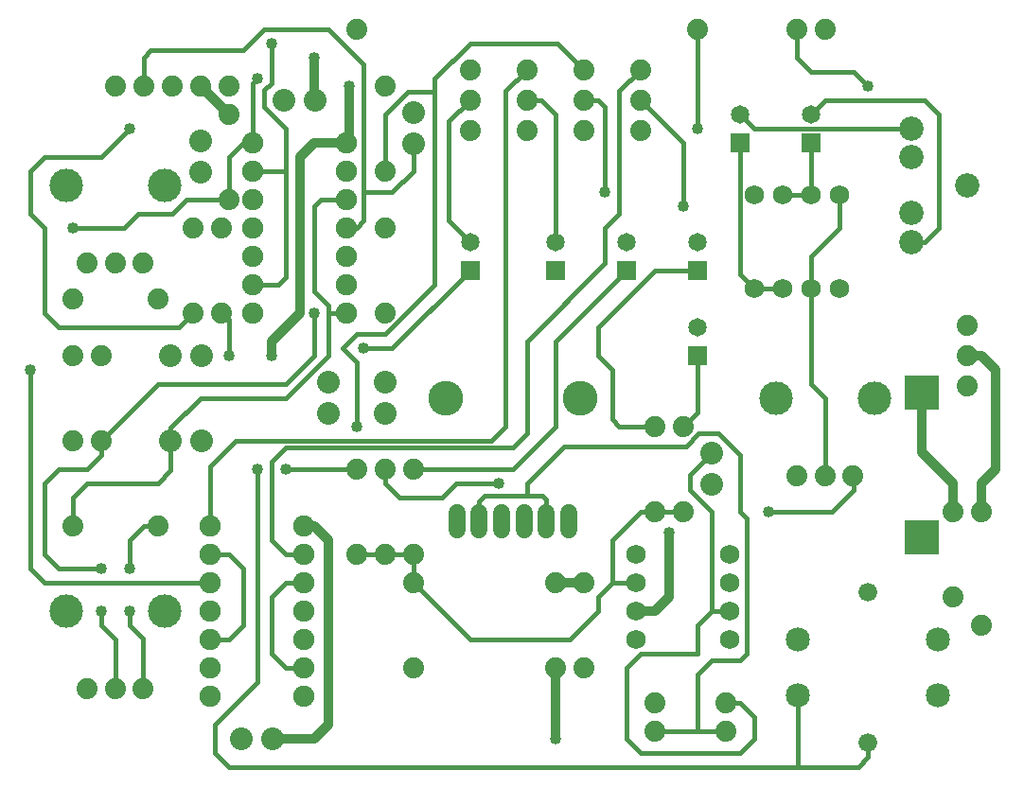
<source format=gbr>
G04 EAGLE Gerber RS-274X export*
G75*
%MOMM*%
%FSLAX34Y34*%
%LPD*%
%INTop Copper*%
%IPPOS*%
%AMOC8*
5,1,8,0,0,1.08239X$1,22.5*%
G01*
%ADD10C,1.905000*%
%ADD11C,1.879600*%
%ADD12C,3.000000*%
%ADD13C,1.727200*%
%ADD14R,3.048000X3.048000*%
%ADD15C,2.159000*%
%ADD16C,1.676400*%
%ADD17C,2.184400*%
%ADD18R,1.651000X1.651000*%
%ADD19C,1.651000*%
%ADD20C,1.509600*%
%ADD21C,3.116000*%
%ADD22C,2.032000*%
%ADD23C,0.406400*%
%ADD24C,0.812800*%
%ADD25C,1.016000*%


D10*
X212090Y571500D03*
X212090Y546100D03*
X212090Y520700D03*
X212090Y495300D03*
X212090Y469900D03*
X212090Y444500D03*
X212090Y419100D03*
X295910Y419100D03*
X295910Y444500D03*
X295910Y469900D03*
X295910Y495300D03*
X295910Y520700D03*
X295910Y546100D03*
X295910Y571500D03*
D11*
X63900Y82400D03*
X88900Y82400D03*
X113900Y82400D03*
D12*
X44900Y152400D03*
X132900Y152400D03*
D11*
X63900Y463400D03*
X88900Y463400D03*
X113900Y463400D03*
D12*
X44900Y533400D03*
X132900Y533400D03*
D13*
X554990Y203200D03*
X554990Y177800D03*
X554990Y152400D03*
X554990Y127000D03*
X638810Y127000D03*
X638810Y152400D03*
X638810Y177800D03*
X638810Y203200D03*
X660400Y440690D03*
X685800Y440690D03*
X711200Y440690D03*
X736600Y440690D03*
X736600Y524510D03*
X711200Y524510D03*
X685800Y524510D03*
X660400Y524510D03*
D14*
X810260Y218440D03*
X810260Y347980D03*
D11*
X406400Y636778D03*
X406400Y609600D03*
X406400Y582422D03*
X457200Y636778D03*
X457200Y609600D03*
X457200Y582422D03*
X508000Y636778D03*
X508000Y609600D03*
X508000Y582422D03*
X558800Y636778D03*
X558800Y609600D03*
X558800Y582422D03*
D15*
X824500Y76600D03*
X699500Y76600D03*
X824500Y126600D03*
X699500Y126600D03*
D16*
X762000Y34100D03*
X762000Y169100D03*
D11*
X190500Y520700D03*
X190500Y596900D03*
X330200Y546100D03*
X330200Y622300D03*
X355600Y101600D03*
X355600Y177800D03*
X304800Y203200D03*
X304800Y279400D03*
X330200Y203200D03*
X330200Y279400D03*
X355600Y203200D03*
X355600Y279400D03*
X571500Y241300D03*
X571500Y317500D03*
X596900Y317500D03*
X596900Y241300D03*
X482600Y177800D03*
X482600Y101600D03*
X508000Y101600D03*
X508000Y177800D03*
X863600Y241300D03*
X863600Y139700D03*
X88900Y622300D03*
X114300Y622300D03*
X609600Y673100D03*
X127000Y431800D03*
X50800Y431800D03*
X50800Y228600D03*
X127000Y228600D03*
X838200Y241300D03*
X838200Y165100D03*
X304800Y673100D03*
D17*
X850900Y533400D03*
X800900Y508400D03*
X800900Y482400D03*
X800900Y558400D03*
X800900Y584400D03*
D11*
X698500Y673100D03*
X571500Y69850D03*
X571500Y44450D03*
X635000Y69850D03*
X635000Y44450D03*
X50800Y381000D03*
X76200Y381000D03*
X76200Y304800D03*
X50800Y304800D03*
D18*
X711200Y571500D03*
D19*
X711200Y596900D03*
D18*
X647700Y571500D03*
D19*
X647700Y596900D03*
D18*
X609600Y457200D03*
D19*
X609600Y482600D03*
D18*
X546100Y457200D03*
D19*
X546100Y482600D03*
D18*
X482600Y457200D03*
D19*
X482600Y482600D03*
D18*
X406400Y457200D03*
D19*
X406400Y482600D03*
D18*
X609600Y381000D03*
D19*
X609600Y406400D03*
D20*
X394500Y240448D02*
X394500Y225352D01*
X414500Y225352D02*
X414500Y240448D01*
X434500Y240448D02*
X434500Y225352D01*
D21*
X384500Y342900D03*
X504500Y342900D03*
D20*
X454500Y240448D02*
X454500Y225352D01*
X474500Y225352D02*
X474500Y240448D01*
X494500Y240448D02*
X494500Y225352D01*
D11*
X330200Y495300D03*
X330200Y419100D03*
X698900Y272900D03*
X723900Y272900D03*
X748900Y272900D03*
D12*
X679900Y342900D03*
X767900Y342900D03*
D11*
X723900Y673100D03*
X165100Y622300D03*
D22*
X622300Y293370D03*
X622300Y265430D03*
X279400Y356870D03*
X279400Y328930D03*
X330200Y328930D03*
X330200Y356870D03*
X138430Y304800D03*
X166370Y304800D03*
X166370Y381000D03*
X138430Y381000D03*
D10*
X173990Y228600D03*
X173990Y203200D03*
X173990Y177800D03*
X173990Y152400D03*
X173990Y127000D03*
X173990Y101600D03*
X173990Y76200D03*
X257810Y76200D03*
X257810Y101600D03*
X257810Y127000D03*
X257810Y152400D03*
X257810Y177800D03*
X257810Y203200D03*
X257810Y228600D03*
D22*
X240030Y609600D03*
X267970Y609600D03*
X229870Y38100D03*
X201930Y38100D03*
X355600Y570230D03*
X355600Y598170D03*
X165100Y544830D03*
X165100Y572770D03*
D11*
X850900Y353822D03*
X850900Y381000D03*
X850900Y408178D03*
X184150Y419100D03*
X184150Y495300D03*
X158750Y419100D03*
X158750Y495300D03*
X139700Y622300D03*
X190500Y622300D03*
D23*
X266700Y610870D02*
X267970Y609600D01*
D24*
X266700Y610870D02*
X266700Y647700D01*
D25*
X266700Y647700D03*
D24*
X838200Y266700D02*
X838200Y241300D01*
X838200Y266700D02*
X810260Y294640D01*
X810260Y347980D01*
X508000Y177800D02*
X482600Y177800D01*
D25*
X584200Y222250D03*
D24*
X584200Y165100D01*
X571500Y152400D01*
X554990Y152400D01*
X254000Y419100D02*
X254000Y558800D01*
X254000Y419100D02*
X228600Y393700D01*
X254000Y558800D02*
X266700Y571500D01*
D25*
X298450Y622300D03*
X228600Y381000D03*
D24*
X228600Y393700D01*
X482600Y101600D02*
X482600Y38100D01*
D25*
X482600Y38100D03*
D24*
X266700Y228600D02*
X257810Y228600D01*
X266700Y228600D02*
X279400Y215900D01*
X279400Y50800D01*
X266700Y38100D01*
X229870Y38100D01*
X190500Y596900D02*
X165100Y622300D01*
X298450Y622300D02*
X298450Y574040D01*
X295910Y571500D01*
X266700Y571500D01*
D23*
X241300Y342900D02*
X165100Y342900D01*
X138430Y316230D01*
X138430Y304800D01*
X138430Y278130D01*
X266700Y438150D02*
X266700Y514350D01*
X273050Y520700D01*
X295910Y520700D01*
X50800Y254000D02*
X50800Y228600D01*
X50800Y254000D02*
X63500Y266700D01*
X127000Y266700D01*
X138430Y278130D01*
X241300Y342900D02*
X279400Y381000D01*
X279400Y419100D01*
X279400Y425450D01*
X279400Y419100D02*
X295910Y419100D01*
X279400Y425450D02*
X266700Y438150D01*
X234950Y444500D02*
X212090Y444500D01*
X234950Y444500D02*
X241300Y450850D01*
X241300Y546100D01*
X212090Y546100D01*
X241300Y546100D02*
X241300Y584200D01*
X222250Y603250D01*
X222250Y618490D01*
X228600Y624840D01*
D25*
X228600Y660400D03*
D23*
X228600Y624840D01*
X113900Y127400D02*
X113900Y82400D01*
X113900Y127400D02*
X101600Y139700D01*
X101600Y152400D01*
D25*
X101600Y152400D03*
D23*
X114300Y228600D02*
X127000Y228600D01*
X114300Y228600D02*
X101600Y215900D01*
X101600Y190500D01*
D25*
X101600Y190500D03*
D23*
X196850Y304800D02*
X425450Y304800D01*
X438150Y317500D01*
X438150Y617728D01*
X457200Y636778D01*
X196850Y304800D02*
X173990Y281940D01*
X173990Y228600D01*
X228600Y215900D02*
X241300Y203200D01*
X228600Y215900D02*
X228600Y285750D01*
X241300Y298450D01*
X444500Y298450D01*
X457200Y311150D01*
X457200Y393700D01*
X527050Y463550D01*
X527050Y495300D01*
X539750Y508000D01*
X539750Y617728D01*
X558800Y636778D01*
X257810Y203200D02*
X241300Y203200D01*
X355600Y203200D02*
X355600Y177800D01*
X355600Y203200D02*
X330200Y203200D01*
X304800Y203200D01*
X571500Y241300D02*
X596900Y241300D01*
X406400Y127000D02*
X355600Y177800D01*
X406400Y127000D02*
X495300Y127000D01*
X520700Y152400D01*
X520700Y165100D01*
X533400Y177800D01*
X554990Y177800D01*
X558800Y241300D02*
X571500Y241300D01*
X558800Y241300D02*
X533400Y215900D01*
X533400Y177800D01*
D25*
X673100Y241300D03*
D23*
X730250Y241300D01*
X749300Y260350D01*
X749300Y272500D01*
X748900Y272900D01*
X647700Y69850D02*
X635000Y69850D01*
X647700Y69850D02*
X660400Y57150D01*
X660400Y38100D01*
X647700Y25400D01*
X558800Y25400D01*
X546100Y38100D01*
X546100Y101600D01*
X558800Y114300D01*
X609600Y114300D01*
X609600Y139700D01*
X622300Y152400D01*
X638810Y152400D01*
X603250Y260350D02*
X603250Y274320D01*
X603250Y260350D02*
X622300Y241300D01*
X622300Y152400D01*
X603250Y274320D02*
X622300Y293370D01*
X609600Y44450D02*
X635000Y44450D01*
X609600Y44450D02*
X571500Y44450D01*
X609600Y44450D02*
X609600Y95250D01*
X622300Y107950D01*
X647700Y107950D01*
X654050Y114300D01*
X654050Y234950D01*
X647700Y241300D01*
X647700Y292100D01*
X628650Y311150D01*
X610870Y311150D01*
X599440Y299720D01*
X490220Y299720D01*
X414500Y250670D02*
X414500Y232900D01*
X414500Y250670D02*
X419100Y255270D01*
X474500Y251940D02*
X474500Y232900D01*
X474500Y251940D02*
X471170Y255270D01*
X457200Y255270D01*
X419100Y255270D01*
X457200Y255270D02*
X457200Y266700D01*
X490220Y299720D01*
D25*
X762000Y622300D03*
D23*
X749300Y635000D01*
X711200Y635000D01*
X698500Y647700D01*
X698500Y673100D01*
X685800Y440690D02*
X660400Y440690D01*
X664210Y440690D01*
X647700Y453390D02*
X647700Y571500D01*
X647700Y453390D02*
X660400Y440690D01*
X711200Y596900D02*
X723900Y609600D01*
X812800Y609600D01*
X825500Y495300D02*
X812600Y482400D01*
X800900Y482400D01*
X825500Y596900D02*
X812800Y609600D01*
X825500Y596900D02*
X825500Y495300D01*
X711200Y524510D02*
X685800Y524510D01*
X711200Y524510D02*
X711200Y571500D01*
X660400Y584200D02*
X800700Y584200D01*
X800900Y584400D01*
X660400Y584200D02*
X647700Y596900D01*
X736600Y524510D02*
X736600Y495300D01*
X711200Y469900D01*
X711200Y440690D01*
X723900Y342900D02*
X723900Y272900D01*
X723900Y342900D02*
X711200Y355600D01*
X711200Y440690D01*
X596900Y571500D02*
X558800Y609600D01*
X596900Y571500D02*
X596900Y514350D01*
D25*
X596900Y514350D03*
D23*
X533400Y368300D02*
X533400Y323850D01*
X533400Y368300D02*
X520700Y381000D01*
X520700Y406400D01*
X571500Y457200D01*
X609600Y457200D01*
X571500Y317500D02*
X539750Y317500D01*
X533400Y323850D01*
X444500Y279400D02*
X355600Y279400D01*
X444500Y279400D02*
X482600Y317500D01*
X482600Y393700D01*
X546100Y457200D01*
X520700Y609600D02*
X508000Y609600D01*
X520700Y609600D02*
X527050Y603250D01*
X527050Y527050D01*
D25*
X527050Y527050D03*
X609600Y584200D03*
D23*
X609600Y673100D01*
X609600Y381000D02*
X609600Y330200D01*
X596900Y317500D01*
X406400Y482600D02*
X387350Y501650D01*
X387350Y590550D02*
X406400Y609600D01*
X387350Y590550D02*
X387350Y501650D01*
X457200Y609600D02*
X469900Y609600D01*
X482600Y596900D01*
X482600Y482600D01*
D25*
X431800Y266700D03*
D23*
X393700Y266700D01*
X381000Y254000D01*
X342900Y254000D01*
X330200Y266700D01*
X330200Y279400D01*
X304800Y279400D02*
X241300Y279400D01*
D25*
X241300Y279400D03*
X311150Y387350D03*
D23*
X336550Y387350D01*
X406400Y457200D01*
X190500Y127000D02*
X173990Y127000D01*
X190500Y127000D02*
X203200Y139700D01*
X203200Y190500D01*
X190500Y203200D01*
X173990Y203200D01*
X241300Y101600D02*
X257810Y101600D01*
X241300Y101600D02*
X228600Y114300D01*
X228600Y165100D01*
X241300Y177800D01*
X257810Y177800D01*
X25400Y177800D02*
X12700Y190500D01*
X25400Y177800D02*
X173990Y177800D01*
X12700Y190500D02*
X12700Y368300D01*
D25*
X215900Y628650D03*
D23*
X212090Y571500D02*
X203200Y571500D01*
X190500Y558800D01*
X190500Y520700D01*
X109220Y508000D02*
X96520Y495300D01*
X50800Y495300D01*
D25*
X50800Y495300D03*
X12700Y368300D03*
D23*
X212090Y624840D02*
X215900Y628650D01*
X212090Y624840D02*
X212090Y571500D01*
X152400Y520700D02*
X139700Y508000D01*
X152400Y520700D02*
X190500Y520700D01*
X139700Y508000D02*
X109220Y508000D01*
X330200Y400050D02*
X374650Y444500D01*
X374650Y617220D01*
X374650Y628650D01*
X406400Y660400D01*
X484378Y660400D01*
X508000Y636778D01*
X330200Y596900D02*
X330200Y546100D01*
X330200Y596900D02*
X350520Y617220D01*
X374650Y617220D01*
X330200Y400050D02*
X304800Y400050D01*
X292100Y387350D01*
X304800Y374650D01*
X304800Y317500D01*
D25*
X304800Y317500D03*
D23*
X311150Y641350D02*
X279400Y673100D01*
X311150Y641350D02*
X311150Y527050D01*
X311150Y501650D01*
X304800Y495300D01*
X295910Y495300D01*
X114300Y622300D02*
X114300Y647700D01*
X120650Y654050D01*
X203200Y654050D01*
X222250Y673100D01*
X279400Y673100D01*
X355600Y570230D02*
X355600Y546100D01*
X336550Y527050D01*
X311150Y527050D01*
D24*
X863600Y266700D02*
X863600Y241300D01*
X863600Y266700D02*
X876300Y279400D01*
X876300Y368300D01*
X863600Y381000D01*
X850900Y381000D01*
D23*
X158750Y419100D02*
X146050Y406400D01*
X38100Y406400D01*
X25400Y419100D01*
X25400Y495300D01*
X12700Y508000D01*
X12700Y546100D01*
X25400Y558800D01*
X76200Y558800D01*
X101600Y584200D01*
D25*
X101600Y584200D03*
D23*
X698500Y12700D02*
X753300Y12700D01*
X698500Y12700D02*
X190500Y12700D01*
X177800Y25400D01*
X177800Y50800D01*
X215900Y88900D01*
X215900Y279400D01*
D25*
X215900Y279400D03*
X190500Y381000D03*
D23*
X190500Y412750D01*
X184150Y419100D01*
X753300Y12700D02*
X762000Y21400D01*
X699500Y13700D02*
X699500Y76600D01*
X699500Y13700D02*
X698500Y12700D01*
X762000Y21400D02*
X762000Y34100D01*
X127000Y355600D02*
X76200Y304800D01*
D25*
X266700Y419100D03*
D23*
X241200Y355600D02*
X127000Y355600D01*
X241200Y355600D02*
X266600Y381000D01*
X266600Y419000D01*
X266700Y419100D01*
X88900Y127000D02*
X88900Y82400D01*
X88900Y127000D02*
X76200Y139700D01*
X76200Y152400D01*
D25*
X76200Y152400D03*
X76200Y190500D03*
D23*
X63500Y279400D02*
X38100Y279400D01*
X63500Y279400D02*
X76200Y292100D01*
X76200Y304800D01*
X38100Y279400D02*
X25400Y266700D01*
X25400Y203200D01*
X38100Y190500D01*
X76200Y190500D01*
M02*

</source>
